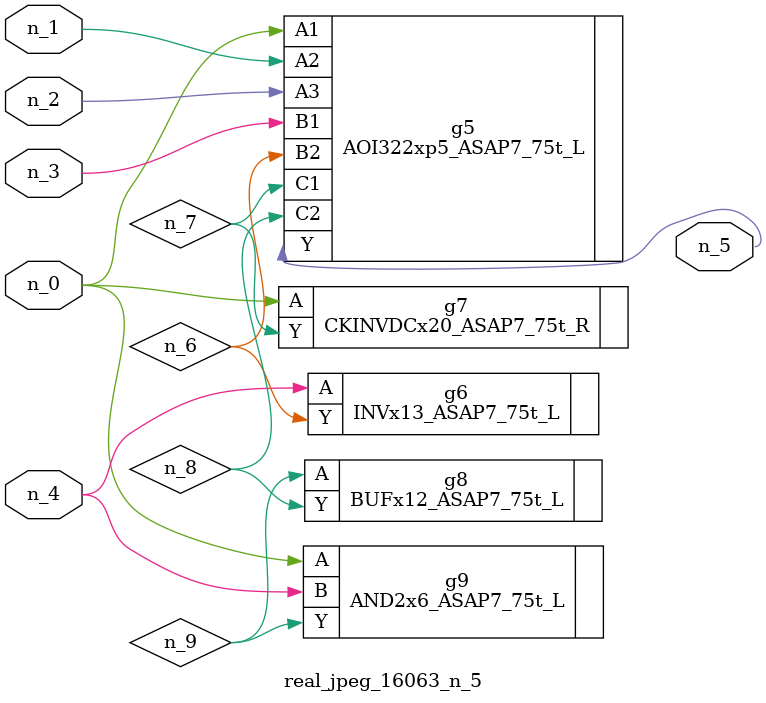
<source format=v>
module real_jpeg_16063_n_5 (n_4, n_0, n_1, n_2, n_3, n_5);

input n_4;
input n_0;
input n_1;
input n_2;
input n_3;

output n_5;

wire n_8;
wire n_6;
wire n_7;
wire n_9;

AOI322xp5_ASAP7_75t_L g5 ( 
.A1(n_0),
.A2(n_1),
.A3(n_2),
.B1(n_3),
.B2(n_6),
.C1(n_7),
.C2(n_8),
.Y(n_5)
);

CKINVDCx20_ASAP7_75t_R g7 ( 
.A(n_0),
.Y(n_7)
);

AND2x6_ASAP7_75t_L g9 ( 
.A(n_0),
.B(n_4),
.Y(n_9)
);

INVx13_ASAP7_75t_L g6 ( 
.A(n_4),
.Y(n_6)
);

BUFx12_ASAP7_75t_L g8 ( 
.A(n_9),
.Y(n_8)
);


endmodule
</source>
